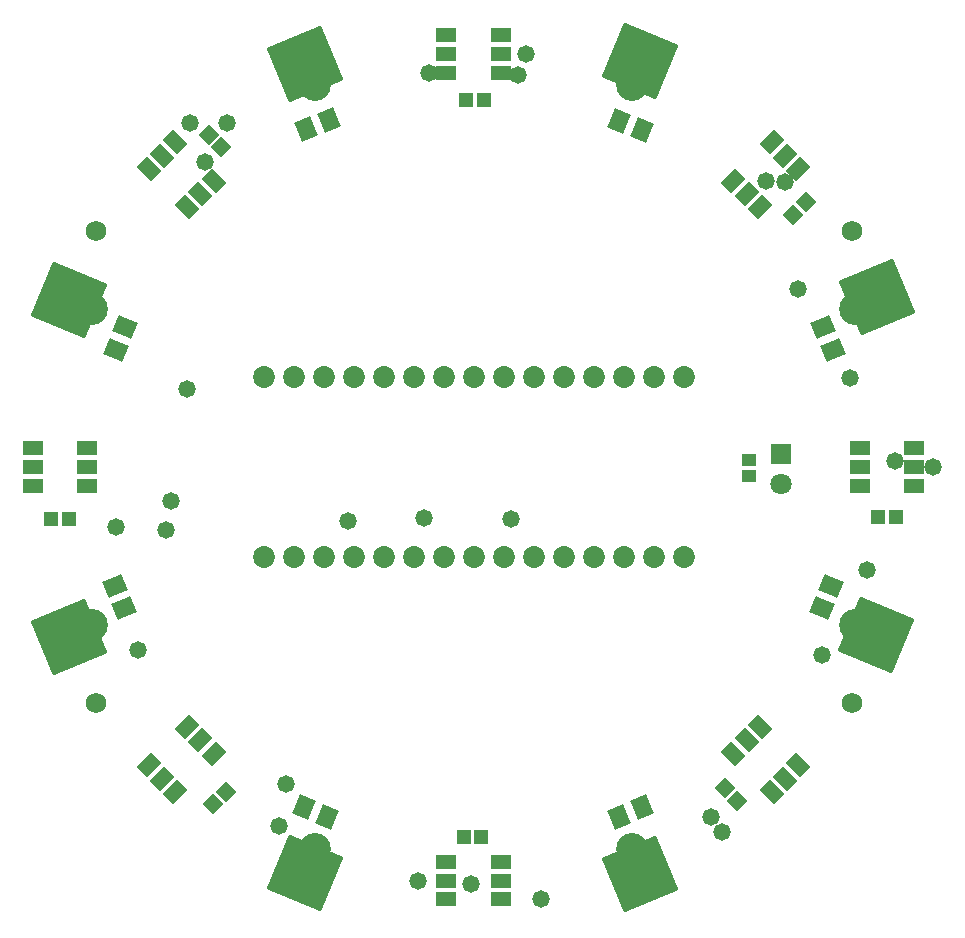
<source format=gts>
G04 Layer_Color=20142*
%FSLAX24Y24*%
%MOIN*%
G70*
G01*
G75*
%ADD22P,0.2784X4X67.5*%
%ADD23P,0.2784X4X112.5*%
G04:AMPARAMS|DCode=24|XSize=196.9mil|YSize=196.9mil|CornerRadius=0mil|HoleSize=0mil|Usage=FLASHONLY|Rotation=67.500|XOffset=0mil|YOffset=0mil|HoleType=Round|Shape=Rectangle|*
%AMROTATEDRECTD24*
4,1,4,0.0533,-0.1286,-0.1286,-0.0533,-0.0533,0.1286,0.1286,0.0533,0.0533,-0.1286,0.0*
%
%ADD24ROTATEDRECTD24*%

%ADD25P,0.2784X4X67.5*%
G04:AMPARAMS|DCode=26|XSize=196.9mil|YSize=196.9mil|CornerRadius=0mil|HoleSize=0mil|Usage=FLASHONLY|Rotation=22.500|XOffset=0mil|YOffset=0mil|HoleType=Round|Shape=Rectangle|*
%AMROTATEDRECTD26*
4,1,4,-0.0533,-0.1286,-0.1286,0.0533,0.0533,0.1286,0.1286,-0.0533,-0.0533,-0.1286,0.0*
%
%ADD26ROTATEDRECTD26*%

G04:AMPARAMS|DCode=712|XSize=67.1mil|YSize=47.4mil|CornerRadius=0mil|HoleSize=0mil|Usage=FLASHONLY|Rotation=315.000|XOffset=0mil|YOffset=0mil|HoleType=Round|Shape=Rectangle|*
%AMROTATEDRECTD712*
4,1,4,-0.0405,0.0070,-0.0070,0.0405,0.0405,-0.0070,0.0070,-0.0405,-0.0405,0.0070,0.0*
%
%ADD712ROTATEDRECTD712*%

G04:AMPARAMS|DCode=713|XSize=67.1mil|YSize=47.4mil|CornerRadius=0mil|HoleSize=0mil|Usage=FLASHONLY|Rotation=45.000|XOffset=0mil|YOffset=0mil|HoleType=Round|Shape=Rectangle|*
%AMROTATEDRECTD713*
4,1,4,-0.0070,-0.0405,-0.0405,-0.0070,0.0070,0.0405,0.0405,0.0070,-0.0070,-0.0405,0.0*
%
%ADD713ROTATEDRECTD713*%

%ADD714R,0.0671X0.0474*%
G04:AMPARAMS|DCode=715|XSize=69mil|YSize=57.2mil|CornerRadius=0mil|HoleSize=0mil|Usage=FLASHONLY|Rotation=67.500|XOffset=0mil|YOffset=0mil|HoleType=Round|Shape=Rectangle|*
%AMROTATEDRECTD715*
4,1,4,0.0132,-0.0428,-0.0396,-0.0209,-0.0132,0.0428,0.0396,0.0209,0.0132,-0.0428,0.0*
%
%ADD715ROTATEDRECTD715*%

G04:AMPARAMS|DCode=716|XSize=69mil|YSize=57.2mil|CornerRadius=0mil|HoleSize=0mil|Usage=FLASHONLY|Rotation=22.500|XOffset=0mil|YOffset=0mil|HoleType=Round|Shape=Rectangle|*
%AMROTATEDRECTD716*
4,1,4,-0.0209,-0.0396,-0.0428,0.0132,0.0209,0.0396,0.0428,-0.0132,-0.0209,-0.0396,0.0*
%
%ADD716ROTATEDRECTD716*%

G04:AMPARAMS|DCode=717|XSize=69mil|YSize=57.2mil|CornerRadius=0mil|HoleSize=0mil|Usage=FLASHONLY|Rotation=292.500|XOffset=0mil|YOffset=0mil|HoleType=Round|Shape=Rectangle|*
%AMROTATEDRECTD717*
4,1,4,-0.0396,0.0209,0.0132,0.0428,0.0396,-0.0209,-0.0132,-0.0428,-0.0396,0.0209,0.0*
%
%ADD717ROTATEDRECTD717*%

G04:AMPARAMS|DCode=718|XSize=69mil|YSize=57.2mil|CornerRadius=0mil|HoleSize=0mil|Usage=FLASHONLY|Rotation=337.500|XOffset=0mil|YOffset=0mil|HoleType=Round|Shape=Rectangle|*
%AMROTATEDRECTD718*
4,1,4,-0.0428,-0.0132,-0.0209,0.0396,0.0428,0.0132,0.0209,-0.0396,-0.0428,-0.0132,0.0*
%
%ADD718ROTATEDRECTD718*%

%ADD719R,0.0493X0.0434*%
%ADD720R,0.0493X0.0474*%
G04:AMPARAMS|DCode=721|XSize=47.4mil|YSize=49.3mil|CornerRadius=0mil|HoleSize=0mil|Usage=FLASHONLY|Rotation=135.000|XOffset=0mil|YOffset=0mil|HoleType=Round|Shape=Rectangle|*
%AMROTATEDRECTD721*
4,1,4,0.0342,0.0007,-0.0007,-0.0342,-0.0342,-0.0007,0.0007,0.0342,0.0342,0.0007,0.0*
%
%ADD721ROTATEDRECTD721*%

G04:AMPARAMS|DCode=722|XSize=47.4mil|YSize=49.3mil|CornerRadius=0mil|HoleSize=0mil|Usage=FLASHONLY|Rotation=45.000|XOffset=0mil|YOffset=0mil|HoleType=Round|Shape=Rectangle|*
%AMROTATEDRECTD722*
4,1,4,0.0007,-0.0342,-0.0342,0.0007,-0.0007,0.0342,0.0342,-0.0007,0.0007,-0.0342,0.0*
%
%ADD722ROTATEDRECTD722*%

%ADD723C,0.0730*%
%ADD724C,0.1064*%
%ADD725R,0.0710X0.0710*%
%ADD726C,0.0710*%
%ADD727C,0.0680*%
%ADD728C,0.0580*%
D22*
X16050Y23877D02*
D03*
X35060Y15971D02*
D03*
D23*
X23924Y16005D02*
D03*
X16050Y35100D02*
D03*
D24*
X35066Y43052D02*
D03*
X42940Y23918D02*
D03*
D25*
X23918Y42979D02*
D03*
D26*
X42974Y35184D02*
D03*
D712*
X39466Y18698D02*
D03*
X39911Y19144D02*
D03*
X40357Y19589D02*
D03*
X39076Y20870D02*
D03*
X38631Y20424D02*
D03*
X38185Y19979D02*
D03*
X19979Y38185D02*
D03*
X20424Y38631D02*
D03*
X20870Y39076D02*
D03*
X19589Y40357D02*
D03*
X19144Y39911D02*
D03*
X18698Y39466D02*
D03*
D713*
X40357D02*
D03*
X39911Y39911D02*
D03*
X39466Y40357D02*
D03*
X38185Y39076D02*
D03*
X38631Y38631D02*
D03*
X39076Y38185D02*
D03*
X20870Y19979D02*
D03*
X20424Y20424D02*
D03*
X19979Y20870D02*
D03*
X18698Y19589D02*
D03*
X19144Y19144D02*
D03*
X19589Y18698D02*
D03*
D714*
X44213Y28898D02*
D03*
Y29528D02*
D03*
Y30157D02*
D03*
X42402D02*
D03*
Y29528D02*
D03*
Y28898D02*
D03*
X16654D02*
D03*
Y29528D02*
D03*
Y30157D02*
D03*
X14843D02*
D03*
Y29528D02*
D03*
Y28898D02*
D03*
X30433Y15118D02*
D03*
Y15748D02*
D03*
Y16378D02*
D03*
X28622D02*
D03*
Y15748D02*
D03*
Y15118D02*
D03*
X30433Y42677D02*
D03*
Y43307D02*
D03*
Y43937D02*
D03*
X28622D02*
D03*
Y43307D02*
D03*
Y42677D02*
D03*
D715*
X24625Y17877D02*
D03*
X23879Y18186D02*
D03*
X34391Y41060D02*
D03*
X35137Y40751D02*
D03*
D716*
X17871Y24824D02*
D03*
X17562Y25570D02*
D03*
X41184Y34192D02*
D03*
X41493Y33446D02*
D03*
D717*
X34391Y17877D02*
D03*
X35137Y18186D02*
D03*
X24704Y41099D02*
D03*
X23958Y40790D02*
D03*
D718*
X41145Y24824D02*
D03*
X41454Y25570D02*
D03*
X17910Y34192D02*
D03*
X17601Y33446D02*
D03*
D719*
X38701Y29222D02*
D03*
Y29754D02*
D03*
D720*
X15453Y27795D02*
D03*
X16043D02*
D03*
X29193Y17205D02*
D03*
X29783D02*
D03*
X43012Y27874D02*
D03*
X43602D02*
D03*
X29272Y41772D02*
D03*
X29862D02*
D03*
D721*
X20854Y18295D02*
D03*
X21272Y18713D02*
D03*
X40185Y37941D02*
D03*
X40602Y38358D02*
D03*
D722*
X37901Y18831D02*
D03*
X38319Y18413D02*
D03*
X20697Y40602D02*
D03*
X21114Y40185D02*
D03*
D723*
X36530Y26550D02*
D03*
X35530D02*
D03*
X34530D02*
D03*
X33530D02*
D03*
X32530D02*
D03*
X31530D02*
D03*
X30530D02*
D03*
X29530D02*
D03*
X28530D02*
D03*
X27530D02*
D03*
X26530D02*
D03*
X25530D02*
D03*
X24530D02*
D03*
X23530D02*
D03*
X22530D02*
D03*
X36530Y32550D02*
D03*
X35530D02*
D03*
X34530D02*
D03*
X33530D02*
D03*
X32530D02*
D03*
X31530D02*
D03*
X30530D02*
D03*
X22530D02*
D03*
X23530D02*
D03*
X24530D02*
D03*
X25530D02*
D03*
X26530D02*
D03*
X27530D02*
D03*
X28530D02*
D03*
X29530D02*
D03*
D724*
X16797Y34801D02*
D03*
X24254Y42258D02*
D03*
X42258Y34801D02*
D03*
X34801Y42258D02*
D03*
X16797Y24254D02*
D03*
X24254Y16797D02*
D03*
X34801Y16797D02*
D03*
X42258Y24254D02*
D03*
D725*
X39764Y29961D02*
D03*
D726*
Y28961D02*
D03*
D727*
X16929Y37402D02*
D03*
X42126D02*
D03*
X16929Y21654D02*
D03*
X42126D02*
D03*
D728*
X23290Y18970D02*
D03*
X44854Y29528D02*
D03*
X43560Y29720D02*
D03*
X19291Y27441D02*
D03*
X19450Y28400D02*
D03*
X19961Y32126D02*
D03*
X27874Y27835D02*
D03*
X30787Y27795D02*
D03*
X28040Y42677D02*
D03*
X21310Y40990D02*
D03*
X29430Y15620D02*
D03*
X31283Y43307D02*
D03*
X39911Y39020D02*
D03*
X37820Y17380D02*
D03*
X42640Y26100D02*
D03*
X42070Y32510D02*
D03*
X25350Y27730D02*
D03*
X20584Y39700D02*
D03*
X31010Y42610D02*
D03*
X31768Y15118D02*
D03*
X37440Y17870D02*
D03*
X20090Y40990D02*
D03*
X40330Y35480D02*
D03*
X39291Y39055D02*
D03*
X23031Y17559D02*
D03*
X27677Y15748D02*
D03*
X18346Y23425D02*
D03*
X17598Y27520D02*
D03*
X41142Y23268D02*
D03*
M02*

</source>
